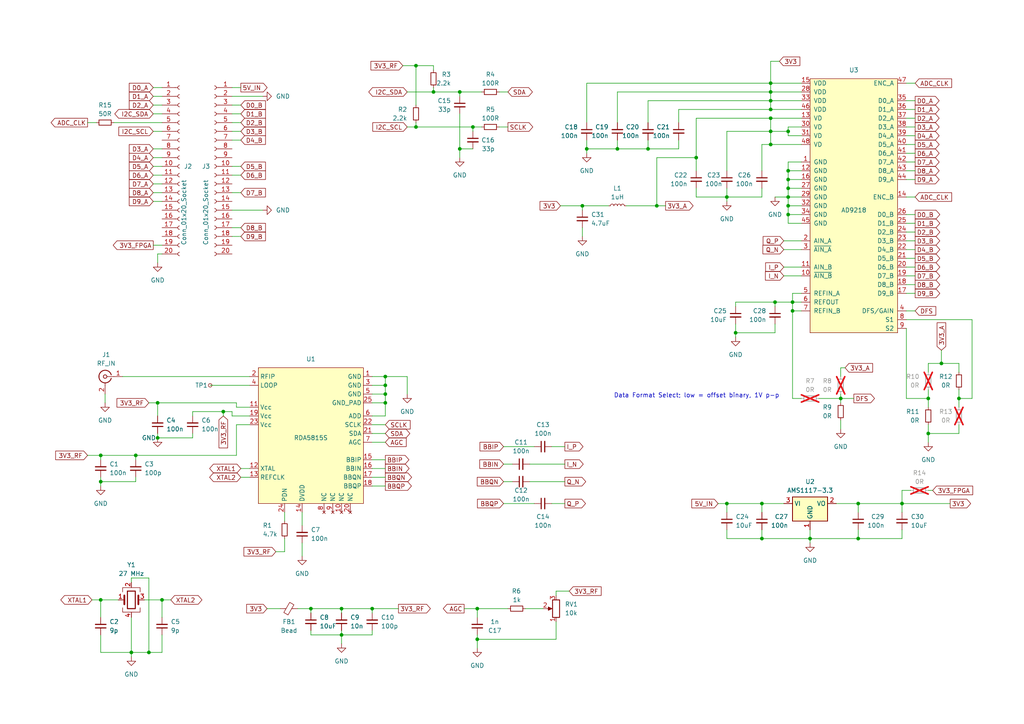
<source format=kicad_sch>
(kicad_sch (version 20230121) (generator eeschema)
  (paper "A4")
  (junction (at 229.87 90.17))
  (junction (at 43.18 189.23))
  (junction (at 220.98 146.05))
  (junction (at 111.76 114.3))
  (junction (at 29.21 132.08))
  (junction (at 64.77 119.38))
  (junction (at 223.52 34.29))
  (junction (at 269.24 125.73))
  (junction (at 99.06 176.53))
  (junction (at 125.73 26.67))
  (junction (at 190.5 59.69))
  (junction (at 223.52 31.75))
  (junction (at 228.6 38.1))
  (junction (at 187.96 43.18))
  (junction (at 29.21 139.7))
  (junction (at 210.82 57.15))
  (junction (at 248.92 156.21))
  (junction (at 224.79 87.63))
  (junction (at 243.84 115.57))
  (junction (at 111.76 109.22))
  (junction (at 38.1 189.23))
  (junction (at 248.92 146.05))
  (junction (at 133.35 43.18))
  (junction (at 269.24 115.57))
  (junction (at 228.6 49.53))
  (junction (at 229.87 87.63))
  (junction (at 170.18 43.18))
  (junction (at 278.13 115.57))
  (junction (at 228.6 52.07))
  (junction (at 90.17 176.53))
  (junction (at 223.52 38.1))
  (junction (at 201.93 45.72))
  (junction (at 228.6 57.15))
  (junction (at 133.35 26.67))
  (junction (at 179.07 43.18))
  (junction (at 46.99 173.99))
  (junction (at 223.52 29.21))
  (junction (at 210.82 146.05))
  (junction (at 234.95 156.21))
  (junction (at 137.16 36.83))
  (junction (at 111.76 111.76))
  (junction (at 273.05 105.41))
  (junction (at 213.36 96.52))
  (junction (at 107.95 176.53))
  (junction (at 111.76 116.84))
  (junction (at 45.72 116.84))
  (junction (at 120.65 19.05))
  (junction (at 29.21 173.99))
  (junction (at 228.6 62.23))
  (junction (at 45.72 127))
  (junction (at 99.06 184.15))
  (junction (at 39.37 132.08))
  (junction (at 138.43 185.42))
  (junction (at 220.98 156.21))
  (junction (at 223.52 26.67))
  (junction (at 228.6 54.61))
  (junction (at 120.65 36.83))
  (junction (at 138.43 176.53))
  (junction (at 223.52 41.91))
  (junction (at 228.6 59.69))
  (junction (at 223.52 24.13))
  (junction (at 261.62 146.05))
  (junction (at 168.91 59.69))
  (wire (pts (xy 43.18 189.23) (xy 38.1 189.23)))
  (wire (pts (xy 201.93 57.15) (xy 201.93 54.61)))
  (wire (pts (xy 39.37 132.08) (xy 39.37 133.35)))
  (wire (pts (xy 208.28 146.05) (xy 210.82 146.05)))
  (wire (pts (xy 262.89 115.57) (xy 269.24 115.57)))
  (wire (pts (xy 46.99 173.99) (xy 46.99 179.07)))
  (wire (pts (xy 269.24 125.73) (xy 269.24 128.27)))
  (wire (pts (xy 229.87 90.17) (xy 229.87 115.57)))
  (wire (pts (xy 261.62 153.67) (xy 261.62 156.21)))
  (wire (pts (xy 265.43 64.77) (xy 262.89 64.77)))
  (wire (pts (xy 242.57 146.05) (xy 248.92 146.05)))
  (wire (pts (xy 228.6 38.1) (xy 223.52 38.1)))
  (wire (pts (xy 278.13 105.41) (xy 278.13 107.95)))
  (wire (pts (xy 232.41 52.07) (xy 228.6 52.07)))
  (wire (pts (xy 29.21 138.43) (xy 29.21 139.7)))
  (wire (pts (xy 107.95 176.53) (xy 115.57 176.53)))
  (wire (pts (xy 146.05 129.54) (xy 154.94 129.54)))
  (wire (pts (xy 60.96 111.76) (xy 72.39 111.76)))
  (wire (pts (xy 243.84 115.57) (xy 237.49 115.57)))
  (wire (pts (xy 41.91 173.99) (xy 46.99 173.99)))
  (wire (pts (xy 281.94 115.57) (xy 278.13 115.57)))
  (wire (pts (xy 45.72 127) (xy 55.88 127)))
  (wire (pts (xy 243.84 106.68) (xy 243.84 109.22)))
  (wire (pts (xy 39.37 138.43) (xy 39.37 139.7)))
  (wire (pts (xy 69.85 135.89) (xy 72.39 135.89)))
  (wire (pts (xy 265.43 52.07) (xy 262.89 52.07)))
  (wire (pts (xy 138.43 179.07) (xy 138.43 176.53)))
  (wire (pts (xy 44.45 25.4) (xy 46.99 25.4)))
  (wire (pts (xy 232.41 36.83) (xy 228.6 36.83)))
  (wire (pts (xy 187.96 40.64) (xy 187.96 43.18)))
  (wire (pts (xy 248.92 146.05) (xy 248.92 148.59)))
  (wire (pts (xy 223.52 29.21) (xy 187.96 29.21)))
  (wire (pts (xy 232.41 85.09) (xy 229.87 85.09)))
  (wire (pts (xy 201.93 34.29) (xy 223.52 34.29)))
  (wire (pts (xy 55.88 119.38) (xy 55.88 120.65)))
  (wire (pts (xy 146.05 134.62) (xy 148.59 134.62)))
  (wire (pts (xy 38.1 168.91) (xy 38.1 167.64)))
  (wire (pts (xy 34.29 173.99) (xy 29.21 173.99)))
  (wire (pts (xy 269.24 123.19) (xy 269.24 125.73)))
  (wire (pts (xy 29.21 132.08) (xy 39.37 132.08)))
  (wire (pts (xy 273.05 105.41) (xy 278.13 105.41)))
  (wire (pts (xy 232.41 59.69) (xy 228.6 59.69)))
  (wire (pts (xy 228.6 54.61) (xy 228.6 57.15)))
  (wire (pts (xy 118.11 26.67) (xy 125.73 26.67)))
  (wire (pts (xy 213.36 87.63) (xy 213.36 88.9)))
  (wire (pts (xy 265.43 85.09) (xy 262.89 85.09)))
  (wire (pts (xy 265.43 39.37) (xy 262.89 39.37)))
  (wire (pts (xy 44.45 58.42) (xy 46.99 58.42)))
  (wire (pts (xy 223.52 26.67) (xy 179.07 26.67)))
  (wire (pts (xy 107.95 125.73) (xy 111.76 125.73)))
  (wire (pts (xy 44.45 38.1) (xy 46.99 38.1)))
  (wire (pts (xy 170.18 40.64) (xy 170.18 43.18)))
  (wire (pts (xy 76.2 27.94) (xy 67.31 27.94)))
  (wire (pts (xy 168.91 66.04) (xy 168.91 68.58)))
  (wire (pts (xy 220.98 54.61) (xy 220.98 57.15)))
  (wire (pts (xy 213.36 96.52) (xy 213.36 93.98)))
  (wire (pts (xy 86.36 176.53) (xy 90.17 176.53)))
  (wire (pts (xy 44.45 27.94) (xy 46.99 27.94)))
  (wire (pts (xy 265.43 44.45) (xy 262.89 44.45)))
  (wire (pts (xy 232.41 54.61) (xy 228.6 54.61)))
  (wire (pts (xy 55.88 127) (xy 55.88 125.73)))
  (wire (pts (xy 223.52 38.1) (xy 223.52 41.91)))
  (wire (pts (xy 64.77 119.38) (xy 64.77 120.65)))
  (wire (pts (xy 45.72 73.66) (xy 46.99 73.66)))
  (wire (pts (xy 68.58 123.19) (xy 72.39 123.19)))
  (wire (pts (xy 107.95 120.65) (xy 111.76 120.65)))
  (wire (pts (xy 232.41 77.47) (xy 227.33 77.47)))
  (wire (pts (xy 190.5 59.69) (xy 190.5 45.72)))
  (wire (pts (xy 269.24 107.95) (xy 269.24 105.41)))
  (wire (pts (xy 44.45 43.18) (xy 46.99 43.18)))
  (wire (pts (xy 44.45 45.72) (xy 46.99 45.72)))
  (wire (pts (xy 64.77 119.38) (xy 55.88 119.38)))
  (wire (pts (xy 107.95 182.88) (xy 107.95 184.15)))
  (wire (pts (xy 190.5 59.69) (xy 193.04 59.69)))
  (wire (pts (xy 220.98 57.15) (xy 210.82 57.15)))
  (wire (pts (xy 144.78 36.83) (xy 147.32 36.83)))
  (wire (pts (xy 210.82 146.05) (xy 220.98 146.05)))
  (wire (pts (xy 30.48 114.3) (xy 30.48 116.84)))
  (wire (pts (xy 223.52 34.29) (xy 223.52 38.1)))
  (wire (pts (xy 224.79 96.52) (xy 213.36 96.52)))
  (wire (pts (xy 273.05 101.6) (xy 273.05 105.41)))
  (wire (pts (xy 201.93 34.29) (xy 201.93 45.72)))
  (wire (pts (xy 248.92 146.05) (xy 261.62 146.05)))
  (wire (pts (xy 120.65 19.05) (xy 125.73 19.05)))
  (wire (pts (xy 265.43 69.85) (xy 262.89 69.85)))
  (wire (pts (xy 68.58 132.08) (xy 39.37 132.08)))
  (wire (pts (xy 187.96 35.56) (xy 187.96 29.21)))
  (wire (pts (xy 99.06 176.53) (xy 99.06 177.8)))
  (wire (pts (xy 116.84 19.05) (xy 120.65 19.05)))
  (wire (pts (xy 68.58 118.11) (xy 68.58 116.84)))
  (wire (pts (xy 69.85 138.43) (xy 72.39 138.43)))
  (wire (pts (xy 232.41 80.01) (xy 227.33 80.01)))
  (wire (pts (xy 29.21 139.7) (xy 29.21 140.97)))
  (wire (pts (xy 26.67 173.99) (xy 29.21 173.99)))
  (wire (pts (xy 269.24 105.41) (xy 273.05 105.41)))
  (wire (pts (xy 38.1 189.23) (xy 38.1 190.5)))
  (wire (pts (xy 133.35 33.02) (xy 133.35 43.18)))
  (wire (pts (xy 223.52 34.29) (xy 232.41 34.29)))
  (wire (pts (xy 210.82 156.21) (xy 220.98 156.21)))
  (wire (pts (xy 67.31 120.65) (xy 67.31 119.38)))
  (wire (pts (xy 229.87 90.17) (xy 229.87 87.63)))
  (wire (pts (xy 68.58 116.84) (xy 45.72 116.84)))
  (wire (pts (xy 228.6 52.07) (xy 228.6 54.61)))
  (wire (pts (xy 228.6 57.15) (xy 224.79 57.15)))
  (wire (pts (xy 137.16 36.83) (xy 139.7 36.83)))
  (wire (pts (xy 107.95 135.89) (xy 111.76 135.89)))
  (wire (pts (xy 125.73 25.4) (xy 125.73 26.67)))
  (wire (pts (xy 168.91 59.69) (xy 176.53 59.69)))
  (wire (pts (xy 232.41 39.37) (xy 228.6 39.37)))
  (wire (pts (xy 243.84 121.92) (xy 243.84 124.46)))
  (wire (pts (xy 228.6 57.15) (xy 228.6 59.69)))
  (wire (pts (xy 90.17 184.15) (xy 99.06 184.15)))
  (wire (pts (xy 138.43 185.42) (xy 138.43 187.96)))
  (wire (pts (xy 232.41 29.21) (xy 223.52 29.21)))
  (wire (pts (xy 67.31 25.4) (xy 69.85 25.4)))
  (wire (pts (xy 265.43 46.99) (xy 262.89 46.99)))
  (wire (pts (xy 220.98 156.21) (xy 234.95 156.21)))
  (wire (pts (xy 107.95 133.35) (xy 111.76 133.35)))
  (wire (pts (xy 107.95 116.84) (xy 111.76 116.84)))
  (wire (pts (xy 220.98 41.91) (xy 220.98 49.53)))
  (wire (pts (xy 232.41 115.57) (xy 229.87 115.57)))
  (wire (pts (xy 261.62 146.05) (xy 261.62 148.59)))
  (wire (pts (xy 261.62 156.21) (xy 248.92 156.21)))
  (wire (pts (xy 245.11 106.68) (xy 243.84 106.68)))
  (wire (pts (xy 234.95 156.21) (xy 234.95 157.48)))
  (wire (pts (xy 265.43 90.17) (xy 262.89 90.17)))
  (wire (pts (xy 99.06 184.15) (xy 99.06 186.69)))
  (wire (pts (xy 99.06 176.53) (xy 107.95 176.53)))
  (wire (pts (xy 44.45 71.12) (xy 46.99 71.12)))
  (wire (pts (xy 220.98 41.91) (xy 223.52 41.91)))
  (wire (pts (xy 67.31 66.04) (xy 69.85 66.04)))
  (wire (pts (xy 187.96 43.18) (xy 179.07 43.18)))
  (wire (pts (xy 228.6 49.53) (xy 228.6 52.07)))
  (wire (pts (xy 45.72 76.2) (xy 45.72 73.66)))
  (wire (pts (xy 111.76 109.22) (xy 111.76 111.76)))
  (wire (pts (xy 278.13 125.73) (xy 269.24 125.73)))
  (wire (pts (xy 224.79 93.98) (xy 224.79 96.52)))
  (wire (pts (xy 220.98 146.05) (xy 227.33 146.05)))
  (wire (pts (xy 161.29 180.34) (xy 161.29 185.42)))
  (wire (pts (xy 25.4 132.08) (xy 29.21 132.08)))
  (wire (pts (xy 265.43 36.83) (xy 262.89 36.83)))
  (wire (pts (xy 68.58 123.19) (xy 68.58 132.08)))
  (wire (pts (xy 138.43 176.53) (xy 147.32 176.53)))
  (wire (pts (xy 265.43 31.75) (xy 262.89 31.75)))
  (wire (pts (xy 265.43 24.13) (xy 262.89 24.13)))
  (wire (pts (xy 144.78 26.67) (xy 147.32 26.67)))
  (wire (pts (xy 67.31 50.8) (xy 69.85 50.8)))
  (wire (pts (xy 67.31 40.64) (xy 69.85 40.64)))
  (wire (pts (xy 111.76 114.3) (xy 111.76 116.84)))
  (wire (pts (xy 29.21 133.35) (xy 29.21 132.08)))
  (wire (pts (xy 196.85 43.18) (xy 187.96 43.18)))
  (wire (pts (xy 248.92 153.67) (xy 248.92 156.21)))
  (wire (pts (xy 118.11 36.83) (xy 120.65 36.83)))
  (wire (pts (xy 213.36 96.52) (xy 213.36 97.79)))
  (wire (pts (xy 232.41 62.23) (xy 228.6 62.23)))
  (wire (pts (xy 67.31 55.88) (xy 69.85 55.88)))
  (wire (pts (xy 107.95 109.22) (xy 111.76 109.22)))
  (wire (pts (xy 179.07 40.64) (xy 179.07 43.18)))
  (wire (pts (xy 269.24 113.03) (xy 269.24 115.57)))
  (wire (pts (xy 46.99 173.99) (xy 49.53 173.99)))
  (wire (pts (xy 87.63 157.48) (xy 87.63 161.29)))
  (wire (pts (xy 247.65 115.57) (xy 243.84 115.57)))
  (wire (pts (xy 265.43 49.53) (xy 262.89 49.53)))
  (wire (pts (xy 39.37 139.7) (xy 29.21 139.7)))
  (wire (pts (xy 67.31 48.26) (xy 69.85 48.26)))
  (wire (pts (xy 210.82 153.67) (xy 210.82 156.21)))
  (wire (pts (xy 234.95 153.67) (xy 234.95 156.21)))
  (wire (pts (xy 223.52 24.13) (xy 223.52 26.67)))
  (wire (pts (xy 118.11 109.22) (xy 111.76 109.22)))
  (wire (pts (xy 137.16 36.83) (xy 137.16 38.1)))
  (wire (pts (xy 107.95 176.53) (xy 107.95 177.8)))
  (wire (pts (xy 107.95 111.76) (xy 111.76 111.76)))
  (wire (pts (xy 223.52 31.75) (xy 232.41 31.75)))
  (wire (pts (xy 107.95 123.19) (xy 111.76 123.19)))
  (wire (pts (xy 67.31 68.58) (xy 69.85 68.58)))
  (wire (pts (xy 152.4 176.53) (xy 157.48 176.53)))
  (wire (pts (xy 265.43 67.31) (xy 262.89 67.31)))
  (wire (pts (xy 232.41 26.67) (xy 223.52 26.67)))
  (wire (pts (xy 210.82 38.1) (xy 210.82 49.53)))
  (wire (pts (xy 232.41 64.77) (xy 228.6 64.77)))
  (wire (pts (xy 67.31 60.96) (xy 76.2 60.96)))
  (wire (pts (xy 67.31 38.1) (xy 69.85 38.1)))
  (wire (pts (xy 223.52 24.13) (xy 170.18 24.13)))
  (wire (pts (xy 264.16 142.24) (xy 261.62 142.24)))
  (wire (pts (xy 99.06 184.15) (xy 107.95 184.15)))
  (wire (pts (xy 107.95 138.43) (xy 111.76 138.43)))
  (wire (pts (xy 118.11 114.3) (xy 118.11 109.22)))
  (wire (pts (xy 44.45 53.34) (xy 46.99 53.34)))
  (wire (pts (xy 223.52 41.91) (xy 232.41 41.91)))
  (wire (pts (xy 170.18 24.13) (xy 170.18 35.56)))
  (wire (pts (xy 87.63 148.59) (xy 87.63 152.4)))
  (wire (pts (xy 201.93 45.72) (xy 201.93 49.53)))
  (wire (pts (xy 111.76 116.84) (xy 111.76 120.65)))
  (wire (pts (xy 196.85 31.75) (xy 223.52 31.75)))
  (wire (pts (xy 223.52 38.1) (xy 210.82 38.1)))
  (wire (pts (xy 44.45 30.48) (xy 46.99 30.48)))
  (wire (pts (xy 82.55 148.59) (xy 82.55 151.13)))
  (wire (pts (xy 45.72 116.84) (xy 45.72 120.65)))
  (wire (pts (xy 265.43 34.29) (xy 262.89 34.29)))
  (wire (pts (xy 223.52 29.21) (xy 223.52 31.75)))
  (wire (pts (xy 196.85 35.56) (xy 196.85 31.75)))
  (wire (pts (xy 45.72 125.73) (xy 45.72 127)))
  (wire (pts (xy 146.05 139.7) (xy 148.59 139.7)))
  (wire (pts (xy 220.98 153.67) (xy 220.98 156.21)))
  (wire (pts (xy 232.41 87.63) (xy 229.87 87.63)))
  (wire (pts (xy 90.17 184.15) (xy 90.17 182.88)))
  (wire (pts (xy 44.45 50.8) (xy 46.99 50.8)))
  (wire (pts (xy 38.1 189.23) (xy 29.21 189.23)))
  (wire (pts (xy 161.29 185.42) (xy 138.43 185.42)))
  (wire (pts (xy 261.62 146.05) (xy 275.59 146.05)))
  (wire (pts (xy 243.84 114.3) (xy 243.84 115.57)))
  (wire (pts (xy 38.1 179.07) (xy 38.1 189.23)))
  (wire (pts (xy 162.56 59.69) (xy 168.91 59.69)))
  (wire (pts (xy 29.21 184.15) (xy 29.21 189.23)))
  (wire (pts (xy 261.62 142.24) (xy 261.62 146.05)))
  (wire (pts (xy 161.29 171.45) (xy 161.29 172.72)))
  (wire (pts (xy 232.41 49.53) (xy 228.6 49.53)))
  (wire (pts (xy 228.6 38.1) (xy 228.6 39.37)))
  (wire (pts (xy 29.21 173.99) (xy 29.21 179.07)))
  (wire (pts (xy 67.31 30.48) (xy 69.85 30.48)))
  (wire (pts (xy 160.02 146.05) (xy 163.83 146.05)))
  (wire (pts (xy 232.41 24.13) (xy 223.52 24.13)))
  (wire (pts (xy 278.13 113.03) (xy 278.13 115.57)))
  (wire (pts (xy 248.92 156.21) (xy 234.95 156.21)))
  (wire (pts (xy 265.43 41.91) (xy 262.89 41.91)))
  (wire (pts (xy 228.6 59.69) (xy 228.6 62.23)))
  (wire (pts (xy 278.13 123.19) (xy 278.13 125.73)))
  (wire (pts (xy 72.39 118.11) (xy 68.58 118.11)))
  (wire (pts (xy 146.05 146.05) (xy 154.94 146.05)))
  (wire (pts (xy 82.55 160.02) (xy 82.55 156.21)))
  (wire (pts (xy 153.67 134.62) (xy 163.83 134.62)))
  (wire (pts (xy 38.1 167.64) (xy 43.18 167.64)))
  (wire (pts (xy 125.73 20.32) (xy 125.73 19.05)))
  (wire (pts (xy 120.65 36.83) (xy 137.16 36.83)))
  (wire (pts (xy 120.65 35.56) (xy 120.65 36.83)))
  (wire (pts (xy 220.98 146.05) (xy 220.98 148.59)))
  (wire (pts (xy 224.79 87.63) (xy 213.36 87.63)))
  (wire (pts (xy 210.82 146.05) (xy 210.82 148.59)))
  (wire (pts (xy 80.01 160.02) (xy 82.55 160.02)))
  (wire (pts (xy 111.76 111.76) (xy 111.76 114.3)))
  (wire (pts (xy 181.61 59.69) (xy 190.5 59.69)))
  (wire (pts (xy 133.35 26.67) (xy 139.7 26.67)))
  (wire (pts (xy 243.84 115.57) (xy 243.84 116.84)))
  (wire (pts (xy 265.43 62.23) (xy 262.89 62.23)))
  (wire (pts (xy 35.56 109.22) (xy 72.39 109.22)))
  (wire (pts (xy 133.35 43.18) (xy 137.16 43.18)))
  (wire (pts (xy 210.82 57.15) (xy 210.82 58.42)))
  (wire (pts (xy 107.95 128.27) (xy 111.76 128.27)))
  (wire (pts (xy 226.06 17.78) (xy 223.52 17.78)))
  (wire (pts (xy 33.02 35.56) (xy 46.99 35.56)))
  (wire (pts (xy 107.95 140.97) (xy 111.76 140.97)))
  (wire (pts (xy 125.73 26.67) (xy 133.35 26.67)))
  (wire (pts (xy 232.41 69.85) (xy 227.33 69.85)))
  (wire (pts (xy 262.89 95.25) (xy 262.89 115.57)))
  (wire (pts (xy 153.67 139.7) (xy 163.83 139.7)))
  (wire (pts (xy 196.85 40.64) (xy 196.85 43.18)))
  (wire (pts (xy 170.18 44.45) (xy 170.18 43.18)))
  (wire (pts (xy 165.1 171.45) (xy 161.29 171.45)))
  (wire (pts (xy 138.43 184.15) (xy 138.43 185.42)))
  (wire (pts (xy 43.18 116.84) (xy 45.72 116.84)))
  (wire (pts (xy 67.31 33.02) (xy 69.85 33.02)))
  (wire (pts (xy 269.24 142.24) (xy 270.51 142.24)))
  (wire (pts (xy 133.35 43.18) (xy 133.35 45.72)))
  (wire (pts (xy 232.41 72.39) (xy 227.33 72.39)))
  (wire (pts (xy 232.41 46.99) (xy 228.6 46.99)))
  (wire (pts (xy 46.99 189.23) (xy 43.18 189.23)))
  (wire (pts (xy 67.31 35.56) (xy 69.85 35.56)))
  (wire (pts (xy 179.07 26.67) (xy 179.07 35.56)))
  (wire (pts (xy 120.65 19.05) (xy 120.65 30.48)))
  (wire (pts (xy 224.79 87.63) (xy 224.79 88.9)))
  (wire (pts (xy 223.52 17.78) (xy 223.52 24.13)))
  (wire (pts (xy 44.45 48.26) (xy 46.99 48.26)))
  (wire (pts (xy 25.4 35.56) (xy 27.94 35.56)))
  (wire (pts (xy 90.17 176.53) (xy 99.06 176.53)))
  (wire (pts (xy 210.82 57.15) (xy 201.93 57.15)))
  (wire (pts (xy 43.18 167.64) (xy 43.18 189.23)))
  (wire (pts (xy 210.82 54.61) (xy 210.82 57.15)))
  (wire (pts (xy 265.43 72.39) (xy 262.89 72.39)))
  (wire (pts (xy 232.41 57.15) (xy 228.6 57.15)))
  (wire (pts (xy 67.31 119.38) (xy 64.77 119.38)))
  (wire (pts (xy 190.5 45.72) (xy 201.93 45.72)))
  (wire (pts (xy 72.39 120.65) (xy 67.31 120.65)))
  (wire (pts (xy 77.47 176.53) (xy 81.28 176.53)))
  (wire (pts (xy 232.41 90.17) (xy 229.87 90.17)))
  (wire (pts (xy 265.43 74.93) (xy 262.89 74.93)))
  (wire (pts (xy 107.95 114.3) (xy 111.76 114.3)))
  (wire (pts (xy 223.52 26.67) (xy 223.52 29.21)))
  (wire (pts (xy 269.24 115.57) (xy 269.24 118.11)))
  (wire (pts (xy 265.43 80.01) (xy 262.89 80.01)))
  (wire (pts (xy 44.45 55.88) (xy 46.99 55.88)))
  (wire (pts (xy 228.6 36.83) (xy 228.6 38.1)))
  (wire (pts (xy 228.6 46.99) (xy 228.6 49.53)))
  (wire (pts (xy 90.17 177.8) (xy 90.17 176.53)))
  (wire (pts (xy 265.43 77.47) (xy 262.89 77.47)))
  (wire (pts (xy 44.45 33.02) (xy 46.99 33.02)))
  (wire (pts (xy 179.07 43.18) (xy 170.18 43.18)))
  (wire (pts (xy 99.06 182.88) (xy 99.06 184.15)))
  (wire (pts (xy 265.43 29.21) (xy 262.89 29.21)))
  (wire (pts (xy 168.91 59.69) (xy 168.91 60.96)))
  (wire (pts (xy 229.87 87.63) (xy 224.79 87.63)))
  (wire (pts (xy 265.43 57.15) (xy 262.89 57.15)))
  (wire (pts (xy 229.87 87.63) (xy 229.87 85.09)))
  (wire (pts (xy 281.94 92.71) (xy 281.94 115.57)))
  (wire (pts (xy 262.89 92.71) (xy 281.94 92.71)))
  (wire (pts (xy 133.35 27.94) (xy 133.35 26.67)))
  (wire (pts (xy 160.02 129.54) (xy 163.83 129.54)))
  (wire (pts (xy 265.43 82.55) (xy 262.89 82.55)))
  (wire (pts (xy 134.62 176.53) (xy 138.43 176.53)))
  (wire (pts (xy 228.6 62.23) (xy 228.6 64.77)))
  (wire (pts (xy 278.13 115.57) (xy 278.13 118.11)))
  (wire (pts (xy 46.99 184.15) (xy 46.99 189.23)))
  (text "Data Format Select; low = offset binary, 1V p-p" (at 226.06 115.57 0) (effects (font (size 1.27 1.27)) (justify right bottom)))
  (global_label "D4_B" (shape input) (at 69.85 40.64 0) (property "Intersheetrefs" "${INTERSHEET_REFS}" (effects hide)))
  (global_label "SCLK" (shape input) (at 111.76 123.19 0) (property "Intersheetrefs" "${INTERSHEET_REFS}" (effects hide)))
  (global_label "3V3_A" (shape input) (at 273.05 101.6 90) (property "Intersheetrefs" "${INTERSHEET_REFS}" (effects hide)))
  (global_label "I_N" (shape input) (at 227.33 80.01 180) (property "Intersheetrefs" "${INTERSHEET_REFS}" (effects hide)))
  (global_label "D8_B" (shape input) (at 69.85 66.04 0) (property "Intersheetrefs" "${INTERSHEET_REFS}" (effects hide)))
  (global_label "D3_A" (shape output) (at 265.43 36.83 0) (property "Intersheetrefs" "${INTERSHEET_REFS}" (effects hide)))
  (global_label "D8_A" (shape input) (at 44.45 55.88 180) (property "Intersheetrefs" "${INTERSHEET_REFS}" (effects hide)))
  (global_label "D9_B" (shape output) (at 265.43 85.09 0) (property "Intersheetrefs" "${INTERSHEET_REFS}" (effects hide)))
  (global_label "D0_A" (shape output) (at 265.43 29.21 0) (property "Intersheetrefs" "${INTERSHEET_REFS}" (effects hide)))
  (global_label "BBIP" (shape input) (at 146.05 129.54 180) (property "Intersheetrefs" "${INTERSHEET_REFS}" (effects hide)))
  (global_label "3V3_RF" (shape input) (at 43.18 116.84 180) (property "Intersheetrefs" "${INTERSHEET_REFS}" (effects hide)))
  (global_label "D6_A" (shape input) (at 44.45 50.8 180) (property "Intersheetrefs" "${INTERSHEET_REFS}" (effects hide)))
  (global_label "Q_P" (shape input) (at 227.33 69.85 180) (property "Intersheetrefs" "${INTERSHEET_REFS}" (effects hide)))
  (global_label "D3_A" (shape input) (at 44.45 43.18 180) (property "Intersheetrefs" "${INTERSHEET_REFS}" (effects hide)))
  (global_label "Q_N" (shape output) (at 163.83 139.7 0) (property "Intersheetrefs" "${INTERSHEET_REFS}" (effects hide)))
  (global_label "5V_IN" (shape output) (at 69.85 25.4 0) (property "Intersheetrefs" "${INTERSHEET_REFS}" (effects hide)))
  (global_label "BBQP" (shape input) (at 146.05 146.05 180) (property "Intersheetrefs" "${INTERSHEET_REFS}" (effects hide)))
  (global_label "I2C_SCL" (shape input) (at 44.45 38.1 180) (property "Intersheetrefs" "${INTERSHEET_REFS}" (effects hide)))
  (global_label "D1_B" (shape input) (at 69.85 33.02 0) (property "Intersheetrefs" "${INTERSHEET_REFS}" (effects hide)))
  (global_label "XTAL2" (shape bidirectional) (at 49.53 173.99 0) (property "Intersheetrefs" "${INTERSHEET_REFS}" (effects hide)))
  (global_label "I_P" (shape output) (at 163.83 129.54 0) (property "Intersheetrefs" "${INTERSHEET_REFS}" (effects hide)))
  (global_label "3V3_RF" (shape input) (at 25.4 132.08 180) (property "Intersheetrefs" "${INTERSHEET_REFS}" (effects hide)))
  (global_label "3V3_RF" (shape input) (at 165.1 171.45 0) (property "Intersheetrefs" "${INTERSHEET_REFS}" (effects hide)))
  (global_label "3V3_FPGA" (shape input) (at 270.51 142.24 0) (property "Intersheetrefs" "${INTERSHEET_REFS}" (effects hide)))
  (global_label "3V3_A" (shape input) (at 245.11 106.68 0) (property "Intersheetrefs" "${INTERSHEET_REFS}" (effects hide)))
  (global_label "3V3" (shape input) (at 226.06 17.78 0) (property "Intersheetrefs" "${INTERSHEET_REFS}" (effects hide)))
  (global_label "D5_A" (shape input) (at 44.45 48.26 180) (property "Intersheetrefs" "${INTERSHEET_REFS}" (effects hide)))
  (global_label "Q_P" (shape output) (at 163.83 146.05 0) (property "Intersheetrefs" "${INTERSHEET_REFS}" (effects hide)))
  (global_label "D1_A" (shape output) (at 265.43 31.75 0) (property "Intersheetrefs" "${INTERSHEET_REFS}" (effects hide)))
  (global_label "BBIP" (shape output) (at 111.76 133.35 0) (property "Intersheetrefs" "${INTERSHEET_REFS}" (effects hide)))
  (global_label "BBQN" (shape input) (at 146.05 139.7 180) (property "Intersheetrefs" "${INTERSHEET_REFS}" (effects hide)))
  (global_label "D0_B" (shape output) (at 265.43 62.23 0) (property "Intersheetrefs" "${INTERSHEET_REFS}" (effects hide)))
  (global_label "AGC" (shape input) (at 111.76 128.27 0) (property "Intersheetrefs" "${INTERSHEET_REFS}" (effects hide)))
  (global_label "D9_B" (shape input) (at 69.85 68.58 0) (property "Intersheetrefs" "${INTERSHEET_REFS}" (effects hide)))
  (global_label "ADC_CLK" (shape input) (at 265.43 24.13 0) (property "Intersheetrefs" "${INTERSHEET_REFS}" (effects hide)))
  (global_label "D5_B" (shape input) (at 69.85 48.26 0) (property "Intersheetrefs" "${INTERSHEET_REFS}" (effects hide)))
  (global_label "D3_B" (shape input) (at 69.85 38.1 0) (property "Intersheetrefs" "${INTERSHEET_REFS}" (effects hide)))
  (global_label "D7_A" (shape output) (at 265.43 46.99 0) (property "Intersheetrefs" "${INTERSHEET_REFS}" (effects hide)))
  (global_label "D7_B" (shape output) (at 265.43 80.01 0) (property "Intersheetrefs" "${INTERSHEET_REFS}" (effects hide)))
  (global_label "DFS" (shape output) (at 247.65 115.57 0) (property "Intersheetrefs" "${INTERSHEET_REFS}" (effects hide)))
  (global_label "SDA" (shape bidirectional) (at 111.76 125.73 0) (property "Intersheetrefs" "${INTERSHEET_REFS}" (effects hide)))
  (global_label "DFS" (shape input) (at 265.43 90.17 0) (property "Intersheetrefs" "${INTERSHEET_REFS}" (effects hide)))
  (global_label "3V3_A" (shape output) (at 193.04 59.69 0) (property "Intersheetrefs" "${INTERSHEET_REFS}" (effects hide)))
  (global_label "D1_B" (shape output) (at 265.43 64.77 0) (property "Intersheetrefs" "${INTERSHEET_REFS}" (effects hide)))
  (global_label "D7_B" (shape input) (at 69.85 55.88 0) (property "Intersheetrefs" "${INTERSHEET_REFS}" (effects hide)))
  (global_label "ADC_CLK" (shape output) (at 25.4 35.56 180) (property "Intersheetrefs" "${INTERSHEET_REFS}" (effects hide)))
  (global_label "D7_A" (shape input) (at 44.45 53.34 180) (property "Intersheetrefs" "${INTERSHEET_REFS}" (effects hide)))
  (global_label "D3_B" (shape output) (at 265.43 69.85 0) (property "Intersheetrefs" "${INTERSHEET_REFS}" (effects hide)))
  (global_label "3V3" (shape input) (at 162.56 59.69 180) (property "Intersheetrefs" "${INTERSHEET_REFS}" (effects hide)))
  (global_label "3V3_RF" (shape input) (at 64.77 120.65 270) (property "Intersheetrefs" "${INTERSHEET_REFS}" (effects hide)))
  (global_label "I_P" (shape input) (at 227.33 77.47 180) (property "Intersheetrefs" "${INTERSHEET_REFS}" (effects hide)))
  (global_label "D6_A" (shape output) (at 265.43 44.45 0) (property "Intersheetrefs" "${INTERSHEET_REFS}" (effects hide)))
  (global_label "Q_N" (shape input) (at 227.33 72.39 180) (property "Intersheetrefs" "${INTERSHEET_REFS}" (effects hide)))
  (global_label "BBIN" (shape output) (at 111.76 135.89 0) (property "Intersheetrefs" "${INTERSHEET_REFS}" (effects hide)))
  (global_label "XTAL2" (shape bidirectional) (at 69.85 138.43 180) (property "Intersheetrefs" "${INTERSHEET_REFS}" (effects hide)))
  (global_label "BBQP" (shape output) (at 111.76 140.97 0) (property "Intersheetrefs" "${INTERSHEET_REFS}" (effects hide)))
  (global_label "D6_B" (shape input) (at 69.85 50.8 0) (property "Intersheetrefs" "${INTERSHEET_REFS}" (effects hide)))
  (global_label "SDA" (shape bidirectional) (at 147.32 26.67 0) (property "Intersheetrefs" "${INTERSHEET_REFS}" (effects hide)))
  (global_label "D0_A" (shape input) (at 44.45 25.4 180) (property "Intersheetrefs" "${INTERSHEET_REFS}" (effects hide)))
  (global_label "D4_A" (shape input) (at 44.45 45.72 180) (property "Intersheetrefs" "${INTERSHEET_REFS}" (effects hide)))
  (global_label "D2_B" (shape input) (at 69.85 35.56 0) (property "Intersheetrefs" "${INTERSHEET_REFS}" (effects hide)))
  (global_label "3V3" (shape output) (at 275.59 146.05 0) (property "Intersheetrefs" "${INTERSHEET_REFS}" (effects hide)))
  (global_label "D8_B" (shape output) (at 265.43 82.55 0) (property "Intersheetrefs" "${INTERSHEET_REFS}" (effects hide)))
  (global_label "3V3_RF" (shape output) (at 115.57 176.53 0) (property "Intersheetrefs" "${INTERSHEET_REFS}" (effects hide)))
  (global_label "BBQN" (shape output) (at 111.76 138.43 0) (property "Intersheetrefs" "${INTERSHEET_REFS}" (effects hide)))
  (global_label "3V3_FPGA" (shape output) (at 44.45 71.12 180) (property "Intersheetrefs" "${INTERSHEET_REFS}" (effects hide)))
  (global_label "5V_IN" (shape input) (at 208.28 146.05 180) (property "Intersheetrefs" "${INTERSHEET_REFS}" (effects hide)))
  (global_label "D6_B" (shape output) (at 265.43 77.47 0) (property "Intersheetrefs" "${INTERSHEET_REFS}" (effects hide)))
  (global_label "I2C_SCL" (shape input) (at 118.11 36.83 180) (property "Intersheetrefs" "${INTERSHEET_REFS}" (effects hide)))
  (global_label "SCLK" (shape output) (at 147.32 36.83 0) (property "Intersheetrefs" "${INTERSHEET_REFS}" (effects hide)))
  (global_label "D4_B" (shape output) (at 265.43 72.39 0) (property "Intersheetrefs" "${INTERSHEET_REFS}" (effects hide)))
  (global_label "AGC" (shape output) (at 134.62 176.53 180) (property "Intersheetrefs" "${INTERSHEET_REFS}" (effects hide)))
  (global_label "D9_A" (shape output) (at 265.43 52.07 0) (property "Intersheetrefs" "${INTERSHEET_REFS}" (effects hide)))
  (global_label "ADC_CLK" (shape input) (at 265.43 57.15 0) (property "Intersheetrefs" "${INTERSHEET_REFS}" (effects hide)))
  (global_label "D5_B" (shape output) (at 265.43 74.93 0) (property "Intersheetrefs" "${INTERSHEET_REFS}" (effects hide)))
  (global_label "D2_B" (shape output) (at 265.43 67.31 0) (property "Intersheetrefs" "${INTERSHEET_REFS}" (effects hide)))
  (global_label "D2_A" (shape input) (at 44.45 30.48 180) (property "Intersheetrefs" "${INTERSHEET_REFS}" (effects hide)))
  (global_label "D4_A" (shape output) (at 265.43 39.37 0) (property "Intersheetrefs" "${INTERSHEET_REFS}" (effects hide)))
  (global_label "3V3" (shape input) (at 77.47 176.53 180) (property "Intersheetrefs" "${INTERSHEET_REFS}" (effects hide)))
  (global_label "XTAL1" (shape bidirectional) (at 26.67 173.99 180) (property "Intersheetrefs" "${INTERSHEET_REFS}" (effects hide)))
  (global_label "3V3_RF" (shape input) (at 116.84 19.05 180) (property "Intersheetrefs" "${INTERSHEET_REFS}" (effects hide)))
  (global_label "I2C_SDA" (shape bidirectional) (at 118.11 26.67 180) (property "Intersheetrefs" "${INTERSHEET_REFS}" (effects hide)))
  (global_label "BBIN" (shape input) (at 146.05 134.62 180) (property "Intersheetrefs" "${INTERSHEET_REFS}" (effects hide)))
  (global_label "D1_A" (shape input) (at 44.45 27.94 180) (property "Intersheetrefs" "${INTERSHEET_REFS}" (effects hide)))
  (global_label "D5_A" (shape output) (at 265.43 41.91 0) (property "Intersheetrefs" "${INTERSHEET_REFS}" (effects hide)))
  (global_label "I2C_SDA" (shape bidirectional) (at 44.45 33.02 180) (property "Intersheetrefs" "${INTERSHEET_REFS}" (effects hide)))
  (global_label "D2_A" (shape output) (at 265.43 34.29 0) (property "Intersheetrefs" "${INTERSHEET_REFS}" (effects hide)))
  (global_label "D8_A" (shape output) (at 265.43 49.53 0) (property "Intersheetrefs" "${INTERSHEET_REFS}" (effects hide)))
  (global_label "D9_A" (shape input) (at 44.45 58.42 180) (property "Intersheetrefs" "${INTERSHEET_REFS}" (effects hide)))
  (global_label "D0_B" (shape input) (at 69.85 30.48 0) (property "Intersheetrefs" "${INTERSHEET_REFS}" (effects hide)))
  (global_label "XTAL1" (shape bidirectional) (at 69.85 135.89 180) (property "Intersheetrefs" "${INTERSHEET_REFS}" (effects hide)))
  (global_label "I_N" (shape output) (at 163.83 134.62 0) (property "Intersheetrefs" "${INTERSHEET_REFS}" (effects hide)))
  (global_label "3V3_RF" (shape input) (at 80.01 160.02 180) (property "Intersheetrefs" "${INTERSHEET_REFS}" (effects hide)))
  (symbol (lib_id "Connector:Conn_Coaxial") (at 30.48 109.22 0) (mirror y) (unit 1)
    (property "Reference" "J1" (at 30.7974 102.87 0))
    (property "Value" "RF_IN" (at 30.7974 105.41 0))
    (property "Footprint" "Connector_Coaxial:SMA_Molex_73251-1153_EdgeMount_Horizontal" (effects hide))
    (property "Datasheet" " ~" (effects hide))
  )
  (symbol (lib_id "Device:Crystal_GND24") (at 38.1 173.99 0) (unit 1)
    (property "Reference" "Y1" (at 38.1 163.83 0))
    (property "Value" "27 MHz" (at 38.1 166.37 0))
    (property "Footprint" "Crystal:Crystal_SMD_3225-4Pin_3.2x2.5mm" (effects hide))
  )
  (symbol (lib_id "Device:FerriteBead_Small") (at 83.82 176.53 90) (unit 1)
    (property "Reference" "FB1" (at 83.82 180.34 90))
    (property "Value" "Bead" (at 83.82 182.88 90))
    (property "Footprint" "Resistor_SMD:R_0603_1608Metric" (effects hide))
  )
  (symbol (lib_id "Device:R_Small") (at 82.55 153.67 0) (unit 1)
    (property "Reference" "R1" (at 76.2 152.4 0) (effects (justify left)))
    (property "Value" "4.7k" (at 76.2 154.94 0) (effects (justify left)))
    (property "Footprint" "Resistor_SMD:R_0402_1005Metric" (effects hide))
  )
  (symbol (lib_id "power:GND") (at 210.82 58.42 0) (mirror y) (unit 1)
    (property "Reference" "#PWR014" (effects hide))
    (property "Value" "GND" (at 210.82 63.5 0))
  )
  (symbol (lib_id "power:GND") (at 269.24 128.27 0) (mirror y) (unit 1)
    (property "Reference" "#PWR019" (effects hide))
    (property "Value" "GND" (at 269.24 133.35 0))
  )
  (symbol (lib_id "Device:R_Small") (at 278.13 120.65 0) (mirror y) (unit 1) (dnp yes)
    (property "Reference" "R13" (at 274.32 119.38 0))
    (property "Value" "0R" (at 274.32 121.92 0))
    (property "Footprint" "Resistor_SMD:R_0402_1005Metric" (effects hide))
  )
  (symbol (lib_id "Device:C_Small") (at 224.79 91.44 0) (mirror y) (unit 1)
    (property "Reference" "C28" (at 222.25 90.1763 0) (effects (justify left)))
    (property "Value" "100n" (at 222.25 92.7163 0) (effects (justify left)))
    (property "Footprint" "Capacitor_SMD:C_0402_1005Metric" (effects hide))
  )
  (symbol (lib_id "Device:C_Small") (at 213.36 91.44 0) (mirror y) (unit 1)
    (property "Reference" "C25" (at 210.82 90.1763 0) (effects (justify left)))
    (property "Value" "10uF" (at 210.82 92.7163 0) (effects (justify left)))
    (property "Footprint" "Capacitor_SMD:C_0603_1608Metric" (effects hide))
  )
  (symbol (lib_id "Device:C_Small") (at 196.85 38.1 0) (mirror y) (unit 1)
    (property "Reference" "C21" (at 194.31 36.8363 0) (effects (justify left)))
    (property "Value" "100n" (at 194.31 39.3763 0) (effects (justify left)))
    (property "Footprint" "Capacitor_SMD:C_0402_1005Metric" (effects hide))
  )
  (symbol (lib_id "Connector:TestPoint_Small") (at 60.96 111.76 90) (unit 1)
    (property "Reference" "TP1" (at 58.42 111.76 90))
    (property "Value" "TestPoint_Small" (effects hide))
    (property "Footprint" "TestPoint:TestPoint_Pad_D1.0mm" (effects hide))
  )
  (symbol (lib_id "power:GND") (at 118.11 114.3 0) (unit 1)
    (property "Reference" "#PWR010" (effects hide))
    (property "Value" "GND" (at 118.11 119.38 0))
  )
  (symbol (lib_id "Device:C_Small") (at 137.16 40.64 0) (mirror y) (unit 1)
    (property "Reference" "C16" (at 143.51 40.64 0) (effects (justify left)))
    (property "Value" "33p" (at 143.51 43.18 0) (effects (justify left)))
    (property "Footprint" "Capacitor_SMD:C_0402_1005Metric" (effects hide))
  )
  (symbol (lib_id "Device:C_Small") (at 210.82 52.07 0) (mirror y) (unit 1)
    (property "Reference" "C23" (at 207.01 50.8 0))
    (property "Value" "100n" (at 207.01 53.34 0))
    (property "Footprint" "Capacitor_SMD:C_0402_1005Metric" (effects hide))
  )
  (symbol (lib_id "Device:R_Small") (at 266.7 142.24 270) (mirror x) (unit 1) (dnp yes)
    (property "Reference" "R14" (at 266.7 137.16 90))
    (property "Value" "0R" (at 266.7 139.7 90))
    (property "Footprint" "Resistor_SMD:R_0603_1608Metric" (effects hide))
  )
  (symbol (lib_id "Device:C_Small") (at 151.13 139.7 90) (unit 1)
    (property "Reference" "C12" (at 151.13 142.24 90))
    (property "Value" "100n" (at 151.13 144.78 90))
    (property "Footprint" "Capacitor_SMD:C_0402_1005Metric" (effects hide))
  )
  (symbol (lib_id "Device:C_Small") (at 87.63 154.94 180) (unit 1)
    (property "Reference" "C7" (at 90.17 153.6636 0) (effects (justify right)))
    (property "Value" "100n" (at 90.17 156.2036 0) (effects (justify right)))
    (property "Footprint" "Capacitor_SMD:C_0402_1005Metric" (effects hide))
  )
  (symbol (lib_id "Device:C_Small") (at 29.21 135.89 180) (unit 1)
    (property "Reference" "C1" (at 31.75 134.6136 0) (effects (justify right)))
    (property "Value" "100n" (at 31.75 137.1536 0) (effects (justify right)))
    (property "Footprint" "Capacitor_SMD:C_0402_1005Metric" (effects hide))
  )
  (symbol (lib_id "Device:C_Small") (at 201.93 52.07 0) (mirror y) (unit 1)
    (property "Reference" "C22" (at 199.39 50.8063 0) (effects (justify left)))
    (property "Value" "100n" (at 199.39 53.3463 0) (effects (justify left)))
    (property "Footprint" "Capacitor_SMD:C_0402_1005Metric" (effects hide))
  )
  (symbol (lib_id "Device:C_Small") (at 170.18 38.1 0) (mirror y) (unit 1)
    (property "Reference" "C18" (at 167.64 36.8363 0) (effects (justify left)))
    (property "Value" "100n" (at 167.64 39.3763 0) (effects (justify left)))
    (property "Footprint" "Capacitor_SMD:C_0402_1005Metric" (effects hide))
  )
  (symbol (lib_id "power:GND") (at 133.35 45.72 0) (unit 1)
    (property "Reference" "#PWR011" (effects hide))
    (property "Value" "GND" (at 133.35 50.8 0))
  )
  (symbol (lib_id "power:GND") (at 45.72 76.2 0) (unit 1)
    (property "Reference" "#PWR04" (effects hide))
    (property "Value" "GND" (at 45.72 81.28 0))
  )
  (symbol (lib_id "Device:C_Small") (at 39.37 135.89 180) (unit 1)
    (property "Reference" "C3" (at 41.91 134.6136 0) (effects (justify right)))
    (property "Value" "100p" (at 41.91 137.1536 0) (effects (justify right)))
    (property "Footprint" "Capacitor_SMD:C_0402_1005Metric" (effects hide))
  )
  (symbol (lib_id "power:GND") (at 234.95 157.48 0) (unit 1)
    (property "Reference" "#PWR017" (effects hide))
    (property "Value" "GND" (at 234.95 162.56 0))
  )
  (symbol (lib_id "Device:C_Small") (at 138.43 181.61 180) (unit 1)
    (property "Reference" "C17" (at 143.51 182.88 0))
    (property "Value" "1n" (at 143.51 180.34 0))
    (property "Footprint" "Capacitor_SMD:C_0402_1005Metric" (effects hide))
  )
  (symbol (lib_id "Device:R_Small") (at 142.24 26.67 90) (unit 1)
    (property "Reference" "R4" (at 142.24 21.59 90))
    (property "Value" "100R" (at 142.24 24.13 90))
    (property "Footprint" "Resistor_SMD:R_0402_1005Metric" (effects hide))
  )
  (symbol (lib_id "power:GND") (at 87.63 161.29 0) (unit 1)
    (property "Reference" "#PWR08" (effects hide))
    (property "Value" "GND" (at 87.63 166.37 0))
  )
  (symbol (lib_id "Device:L_Small") (at 179.07 59.69 90) (unit 1)
    (property "Reference" "L1" (at 179.07 54.61 90))
    (property "Value" "1uH" (at 179.07 57.15 90))
    (property "Footprint" "Inductor_SMD:L_0603_1608Metric" (effects hide))
  )
  (symbol (lib_id "power:GND") (at 243.84 124.46 0) (mirror y) (unit 1)
    (property "Reference" "#PWR018" (effects hide))
    (property "Value" "GND" (at 243.84 129.54 0))
  )
  (symbol (lib_id "Device:C_Small") (at 99.06 180.34 180) (unit 1)
    (property "Reference" "C9" (at 101.6 179.0636 0) (effects (justify right)))
    (property "Value" "10n" (at 101.6 181.6036 0) (effects (justify right)))
    (property "Footprint" "Capacitor_SMD:C_0402_1005Metric" (effects hide))
  )
  (symbol (lib_id "Device:C_Small") (at 55.88 123.19 180) (unit 1)
    (property "Reference" "C6" (at 58.42 121.9136 0) (effects (justify right)))
    (property "Value" "100n" (at 58.42 124.4536 0) (effects (justify right)))
    (property "Footprint" "Capacitor_SMD:C_0402_1005Metric" (effects hide))
  )
  (symbol (lib_id "Connector:Conn_01x20_Socket") (at 62.23 48.26 0) (mirror y) (unit 1)
    (property "Reference" "J3" (at 60.96 48.26 0) (effects (justify left)))
    (property "Value" "Conn_01x20_Socket" (at 59.69 71.12 90) (effects (justify left)))
    (property "Footprint" "Connector_PinSocket_2.54mm:PinSocket_1x20_P2.54mm_Vertical" (effects hide))
  )
  (symbol (lib_id "ad9218:AD9218") (at 247.65 59.69 0) (unit 1)
    (property "Reference" "U3" (at 247.65 20.32 0))
    (property "Value" "AD9218" (at 247.65 60.96 0))
    (property "Footprint" "agg:LQFP-48" (effects hide))
    (property "Datasheet" "http://www.analog.com/media/en/technical-documentation/data-sheets/AD9218.pdf" (effects hide))
    (property "Farnell" "2376664" (effects hide))
  )
  (symbol (lib_id "Device:C_Small") (at 220.98 52.07 0) (mirror y) (unit 1)
    (property "Reference" "C26" (at 215.9 50.8 0))
    (property "Value" "100n" (at 215.9 53.34 0))
    (property "Footprint" "Capacitor_SMD:C_0402_1005Metric" (effects hide))
  )
  (symbol (lib_id "Device:R_Small") (at 120.65 33.02 0) (mirror x) (unit 1)
    (property "Reference" "R2" (at 118.11 31.75 0) (effects (justify right)))
    (property "Value" "2.2k" (at 118.11 34.29 0) (effects (justify right)))
    (property "Footprint" "Resistor_SMD:R_0402_1005Metric" (effects hide))
  )
  (symbol (lib_id "power:GND") (at 30.48 116.84 0) (mirror y) (unit 1)
    (property "Reference" "#PWR02" (effects hide))
    (property "Value" "GND" (at 30.48 121.92 0))
  )
  (symbol (lib_id "Connector:Conn_01x20_Socket") (at 52.07 48.26 0) (unit 1)
    (property "Reference" "J2" (at 53.34 48.26 0) (effects (justify left)))
    (property "Value" "Conn_01x20_Socket" (at 53.34 71.12 90) (effects (justify left)))
    (property "Footprint" "Connector_PinSocket_2.54mm:PinSocket_1x20_P2.54mm_Vertical" (effects hide))
  )
  (symbol (lib_id "Device:R_Small") (at 125.73 22.86 0) (mirror x) (unit 1)
    (property "Reference" "R3" (at 130.81 21.59 0) (effects (justify right)))
    (property "Value" "2.2k" (at 130.81 24.13 0) (effects (justify right)))
    (property "Footprint" "Resistor_SMD:R_0402_1005Metric" (effects hide))
  )
  (symbol (lib_id "Device:C_Small") (at 187.96 38.1 0) (mirror y) (unit 1)
    (property "Reference" "C20" (at 185.42 36.8363 0) (effects (justify left)))
    (property "Value" "100n" (at 185.42 39.3763 0) (effects (justify left)))
    (property "Footprint" "Capacitor_SMD:C_0402_1005Metric" (effects hide))
  )
  (symbol (lib_id "Device:R_Small") (at 243.84 119.38 0) (mirror x) (unit 1)
    (property "Reference" "R9" (at 241.3 118.11 0) (effects (justify right)))
    (property "Value" "0R" (at 241.3 120.65 0) (effects (justify right)))
    (property "Footprint" "Resistor_SMD:R_0402_1005Metric" (effects hide))
  )
  (symbol (lib_id "Device:C_Small") (at 248.92 151.13 0) (mirror y) (unit 1)
    (property "Reference" "C29" (at 256.54 149.86 0) (effects (justify left)))
    (property "Value" "100n" (at 256.54 152.4 0) (effects (justify left)))
    (property "Footprint" "Capacitor_SMD:C_0402_1005Metric" (effects hide))
  )
  (symbol (lib_id "Device:C_Small") (at 133.35 30.48 0) (mirror y) (unit 1)
    (property "Reference" "C15" (at 130.81 29.2163 0) (effects (justify left)))
    (property "Value" "33p" (at 130.81 31.7563 0) (effects (justify left)))
    (property "Footprint" "Capacitor_SMD:C_0402_1005Metric" (effects hide))
  )
  (symbol (lib_id "Device:C_Small") (at 168.91 63.5 0) (unit 1)
    (property "Reference" "C31" (at 171.45 62.2363 0) (effects (justify left)))
    (property "Value" "4.7uF" (at 171.45 64.7763 0) (effects (justify left)))
    (property "Footprint" "Capacitor_SMD:C_0603_1608Metric" (effects hide))
  )
  (symbol (lib_id "Device:R_Small") (at 269.24 110.49 0) (mirror x) (unit 1) (dnp yes)
    (property "Reference" "R10" (at 266.7 109.22 0) (effects (justify right)))
    (property "Value" "0R" (at 266.7 111.76 0) (effects (justify right)))
    (property "Footprint" "Resistor_SMD:R_0402_1005Metric" (effects hide))
  )
  (symbol (lib_id "power:GND") (at 76.2 27.94 90) (unit 1)
    (property "Reference" "#PWR06" (effects hide))
    (property "Value" "GND" (at 80.01 27.94 90) (effects (justify right)))
  )
  (symbol (lib_id "Device:R_Small") (at 149.86 176.53 90) (unit 1)
    (property "Reference" "R6" (at 151.13 171.45 90) (effects (justify left)))
    (property "Value" "1k" (at 151.13 173.99 90) (effects (justify left)))
    (property "Footprint" "Resistor_SMD:R_0402_1005Metric" (effects hide))
  )
  (symbol (lib_id "Device:C_Small") (at 46.99 181.61 180) (unit 1)
    (property "Reference" "C5" (at 49.53 180.3336 0) (effects (justify right)))
    (property "Value" "9p" (at 49.53 182.8736 0) (effects (justify right)))
    (property "Footprint" "Capacitor_SMD:C_0402_1005Metric" (effects hide))
  )
  (symbol (lib_id "Device:R_Small") (at 30.48 35.56 90) (unit 1)
    (property "Reference" "R15" (at 30.48 30.48 90))
    (property "Value" "50R" (at 30.48 33.02 90))
    (property "Footprint" "Resistor_SMD:R_0402_1005Metric" (effects hide))
  )
  (symbol (lib_id "Device:C_Small") (at 220.98 151.13 0) (mirror y) (unit 1)
    (property "Reference" "C27" (at 228.6 149.86 0) (effects (justify left)))
    (property "Value" "100n" (at 228.6 152.4 0) (effects (justify left)))
    (property "Footprint" "Capacitor_SMD:C_0402_1005Metric" (effects hide))
  )
  (symbol (lib_id "Regulator_Linear:AMS1117-3.3") (at 234.95 146.05 0) (unit 1)
    (property "Reference" "U2" (at 234.95 139.7 0))
    (property "Value" "AMS1117-3.3" (at 234.95 142.24 0))
    (property "Footprint" "Package_TO_SOT_SMD:SOT-223-3_TabPin2" (effects hide))
    (property "Datasheet" "http://www.advanced-monolithic.com/pdf/ds1117.pdf" (effects hide))
  )
  (symbol (lib_id "Device:C_Small") (at 151.13 134.62 90) (unit 1)
    (property "Reference" "C11" (at 151.1363 128.27 90))
    (property "Value" "100n" (at 151.1363 130.81 90))
    (property "Footprint" "Capacitor_SMD:C_0402_1005Metric" (effects hide))
  )
  (symbol (lib_id "Device:R_Small") (at 142.24 36.83 90) (unit 1)
    (property "Reference" "R5" (at 142.24 31.75 90))
    (property "Value" "100R" (at 142.24 34.29 90))
    (property "Footprint" "Resistor_SMD:R_0402_1005Metric" (effects hide))
  )
  (symbol (lib_id "power:GND") (at 138.43 187.96 0) (unit 1)
    (property "Reference" "#PWR012" (effects hide))
    (property "Value" "GND" (at 138.43 193.04 0))
  )
  (symbol (lib_id "power:GND") (at 76.2 60.96 90) (unit 1)
    (property "Reference" "#PWR07" (effects hide))
    (property "Value" "GND" (at 80.01 60.96 90) (effects (justify right)))
  )
  (symbol (lib_id "Device:C_Small") (at 107.95 180.34 180) (unit 1)
    (property "Reference" "C10" (at 110.49 179.0636 0) (effects (justify right)))
    (property "Value" "100p" (at 110.49 181.6036 0) (effects (justify right)))
    (property "Footprint" "Capacitor_SMD:C_0402_1005Metric" (effects hide))
  )
  (symbol (lib_id "Device:C_Small") (at 157.48 129.54 90) (unit 1)
    (property "Reference" "C13" (at 157.4863 123.19 90))
    (property "Value" "100n" (at 157.4863 125.73 90))
    (property "Footprint" "Capacitor_SMD:C_0402_1005Metric" (effects hide))
  )
  (symbol (lib_id "Device:C_Small") (at 210.82 151.13 0) (unit 1)
    (property "Reference" "C24" (at 213.36 149.8663 0) (effects (justify left)))
    (property "Value" "10uF" (at 213.36 152.4 0) (effects (justify left)))
    (property "Footprint" "Capacitor_SMD:C_0805_2012Metric" (effects hide))
  )
  (symbol (lib_id "Device:C_Small") (at 261.62 151.13 0) (unit 1)
    (property "Reference" "C30" (at 264.16 149.8663 0) (effects (justify left)))
    (property "Value" "10uF" (at 264.16 152.4063 0) (effects (justify left)))
    (property "Footprint" "Capacitor_SMD:C_0805_2012Metric" (effects hide))
  )
  (symbol (lib_id "Device:C_Small") (at 29.21 181.61 180) (unit 1)
    (property "Reference" "C2" (at 31.75 180.3336 0) (effects (justify right)))
    (property "Value" "9p" (at 31.75 182.8736 0) (effects (justify right)))
    (property "Footprint" "Capacitor_SMD:C_0402_1005Metric" (effects hide))
  )
  (symbol (lib_id "Device:R_Small") (at 278.13 110.49 0) (mirror y) (unit 1)
    (property "Reference" "R12" (at 274.32 109.22 0))
    (property "Value" "0R" (at 274.32 111.76 0))
    (property "Footprint" "Resistor_SMD:R_0402_1005Metric" (effects hide))
  )
  (symbol (lib_id "power:GND") (at 29.21 140.97 0) (unit 1)
    (property "Reference" "#PWR01" (effects hide))
    (property "Value" "GND" (at 29.21 146.05 0))
  )
  (symbol (lib_id "power:GND") (at 38.1 190.5 0) (unit 1)
    (property "Reference" "#PWR03" (effects hide))
    (property "Value" "GND" (at 38.1 195.58 0))
  )
  (symbol (lib_id "Device:C_Small") (at 90.17 180.34 0) (unit 1)
    (property "Reference" "C8" (at 92.71 179.0763 0) (effects (justify left)))
    (property "Value" "10uF" (at 92.71 181.61 0) (effects (justify left)))
    (property "Footprint" "Capacitor_SMD:C_0805_2012Metric" (effects hide))
  )
  (symbol (lib_id "Device:C_Small") (at 179.07 38.1 0) (mirror x) (unit 1)
    (property "Reference" "C19" (at 176.53 36.8236 0) (effects (justify right)))
    (property "Value" "100n" (at 176.53 39.3636 0) (effects (justify right)))
    (property "Footprint" "Capacitor_SMD:C_0402_1005Metric" (effects hide))
  )
  (symbol (lib_id "Device:R_Small") (at 234.95 115.57 270) (mirror x) (unit 1) (dnp yes)
    (property "Reference" "R7" (at 234.95 110.49 90))
    (property "Value" "0R" (at 234.95 113.03 90))
    (property "Footprint" "Resistor_SMD:R_0402_1005Metric" (effects hide))
  )
  (symbol (lib_id "power:GND") (at 224.79 57.15 0) (mirror y) (unit 1)
    (property "Reference" "#PWR016" (effects hide))
    (property "Value" "GND" (at 224.79 62.23 0))
  )
  (symbol (lib_id "power:GND") (at 213.36 97.79 0) (mirror y) (unit 1)
    (property "Reference" "#PWR015" (effects hide))
    (property "Value" "GND" (at 213.36 102.87 0))
  )
  (symbol (lib_id "Device:R_Small") (at 269.24 120.65 0) (mirror x) (unit 1)
    (property "Reference" "R11" (at 266.7 119.38 0) (effects (justify right)))
    (property "Value" "0R" (at 266.7 121.92 0) (effects (justify right)))
    (property "Footprint" "Resistor_SMD:R_0402_1005Metric" (effects hide))
  )
  (symbol (lib_id "power:GND") (at 168.91 68.58 0) (unit 1)
    (property "Reference" "#PWR020" (effects hide))
    (property "Value" "GND" (at 168.91 73.66 0))
  )
  (symbol (lib_id "Device:C_Small") (at 45.72 123.19 180) (unit 1)
    (property "Reference" "C4" (at 48.26 121.9136 0) (effects (justify right)))
    (property "Value" "100n" (at 48.26 124.4536 0) (effects (justify right)))
    (property "Footprint" "Capacitor_SMD:C_0402_1005Metric" (effects hide))
  )
  (symbol (lib_id "power:GND") (at 99.06 186.69 0) (unit 1)
    (property "Reference" "#PWR09" (effects hide))
    (property "Value" "GND" (at 99.06 191.77 0))
  )
  (symbol (lib_id "Device:R_Potentiometer") (at 161.29 176.53 180) (unit 1)
    (property "Reference" "RV1" (at 163.83 175.26 0) (effects (justify right)))
    (property "Value" "10k" (at 163.83 177.8 0) (effects (justify right)))
    (property "Footprint" "Potentiometer_SMD:Potentiometer_Bourns_TC33X_Vertical" (effects hide))
  )
  (symbol (lib_id "power:GND") (at 45.72 127 0) (unit 1)
    (property "Reference" "#PWR05" (effects hide))
    (property "Value" "GND" (at 43.18 127 0))
  )
  (symbol (lib_id "Device:R_Small") (at 243.84 111.76 0) (mirror x) (unit 1) (dnp yes)
    (property "Reference" "R8" (at 241.3 110.49 0) (effects (justify right)))
    (property "Value" "0R" (at 241.3 113.03 0) (effects (justify right)))
    (property "Footprint" "Resistor_SMD:R_0402_1005Metric" (effects hide))
  )
  (symbol (lib_id "rda5815S:RDA5815S") (at 90.17 127 0) (unit 1)
    (property "Reference" "U1" (at 90.17 104.14 0))
    (property "Value" "RDA5815S" (at 90.17 127 0))
    (property "Footprint" "Package_DFN_QFN:QFN-24-1EP_4x4mm_P0.5mm_EP2.15x2.15mm_ThermalVias" (effects hide))
  )
  (symbol (lib_id "Device:C_Small") (at 157.48 146.05 90) (unit 1)
    (property "Reference" "C14" (at 157.48 149.86 90))
    (property "Value" "100n" (at 157.48 152.4 90))
    (property "Footprint" "Capacitor_SMD:C_0402_1005Metric" (effects hide))
  )
  (symbol (lib_id "power:GND") (at 170.18 44.45 0) (mirror y) (unit 1)
    (property "Reference" "#PWR013" (effects hide))
    (property "Value" "GND" (at 170.18 49.53 0))
  )
)
</source>
